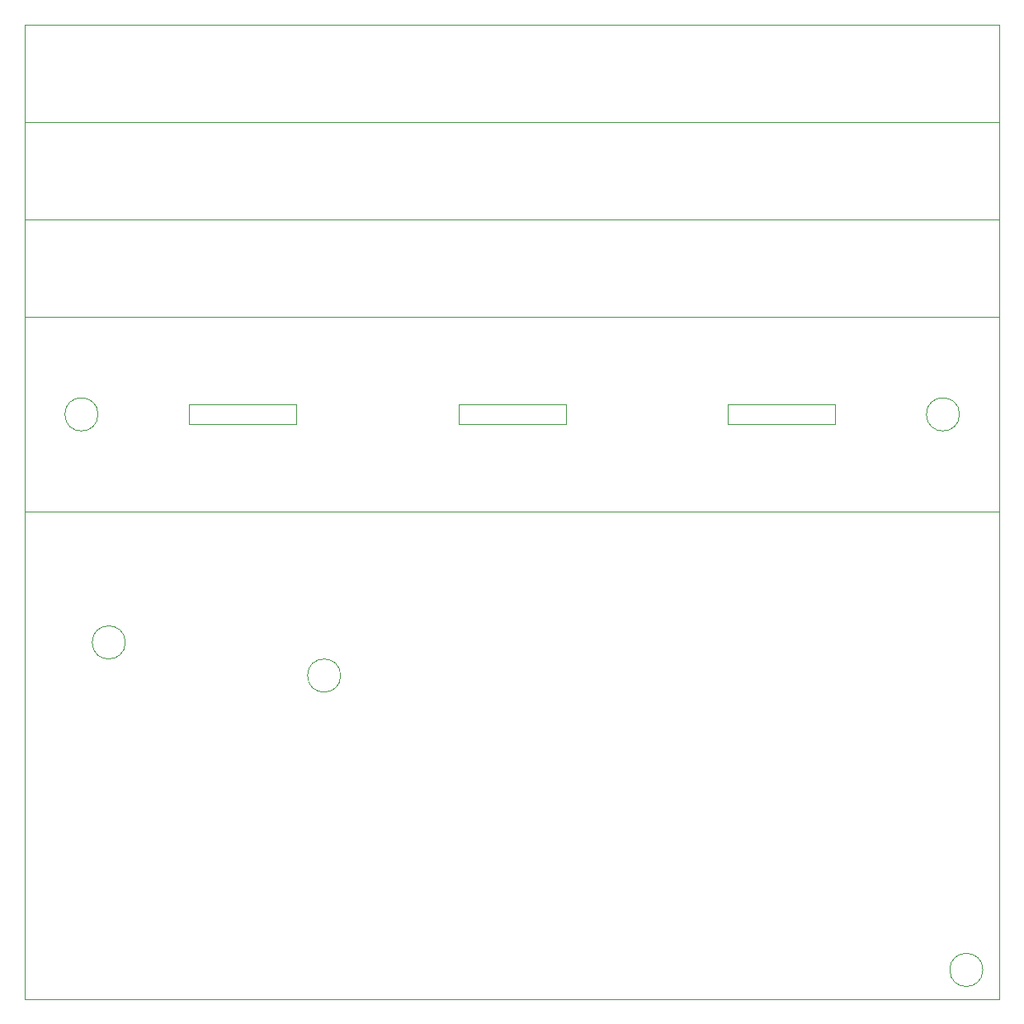
<source format=gm1>
G04 #@! TF.GenerationSoftware,KiCad,Pcbnew,8.0.6*
G04 #@! TF.CreationDate,2024-10-16T19:18:14+02:00*
G04 #@! TF.ProjectId,esp_music_vis,6573705f-6d75-4736-9963-5f7669732e6b,rev?*
G04 #@! TF.SameCoordinates,Original*
G04 #@! TF.FileFunction,Profile,NP*
%FSLAX46Y46*%
G04 Gerber Fmt 4.6, Leading zero omitted, Abs format (unit mm)*
G04 Created by KiCad (PCBNEW 8.0.6) date 2024-10-16 19:18:14*
%MOMM*%
%LPD*%
G01*
G04 APERTURE LIST*
G04 #@! TA.AperFunction,Profile*
%ADD10C,0.100000*%
G04 #@! TD*
G04 APERTURE END LIST*
D10*
X150000000Y-60000000D02*
X50000000Y-60000000D01*
X150000000Y-70000000D02*
X50000000Y-70000000D01*
X150000000Y-80000000D02*
X50000000Y-80000000D01*
X150000000Y-100000000D02*
X50000000Y-100000000D01*
X82400000Y-116800000D02*
G75*
G02*
X79000000Y-116800000I-1700000J0D01*
G01*
X79000000Y-116800000D02*
G75*
G02*
X82400000Y-116800000I1700000J0D01*
G01*
X148300000Y-147000000D02*
G75*
G02*
X144900000Y-147000000I-1700000J0D01*
G01*
X144900000Y-147000000D02*
G75*
G02*
X148300000Y-147000000I1700000J0D01*
G01*
X57500000Y-90000000D02*
G75*
G02*
X54100000Y-90000000I-1700000J0D01*
G01*
X54100000Y-90000000D02*
G75*
G02*
X57500000Y-90000000I1700000J0D01*
G01*
X145900000Y-90000000D02*
G75*
G02*
X142500000Y-90000000I-1700000J0D01*
G01*
X142500000Y-90000000D02*
G75*
G02*
X145900000Y-90000000I1700000J0D01*
G01*
X60300000Y-113400000D02*
G75*
G02*
X56900000Y-113400000I-1700000J0D01*
G01*
X56900000Y-113400000D02*
G75*
G02*
X60300000Y-113400000I1700000J0D01*
G01*
X122150000Y-88962500D02*
X133150000Y-88962500D01*
X133150000Y-90962500D01*
X122150000Y-90962500D01*
X122150000Y-88962500D01*
X94550000Y-88962500D02*
X105550000Y-88962500D01*
X105550000Y-90962500D01*
X94550000Y-90962500D01*
X94550000Y-88962500D01*
X66800000Y-88962500D02*
X77800000Y-88962500D01*
X77800000Y-90962500D01*
X66800000Y-90962500D01*
X66800000Y-88962500D01*
X50000000Y-50000000D02*
X150000000Y-50000000D01*
X150000000Y-150000000D01*
X50000000Y-150000000D01*
X50000000Y-50000000D01*
M02*

</source>
